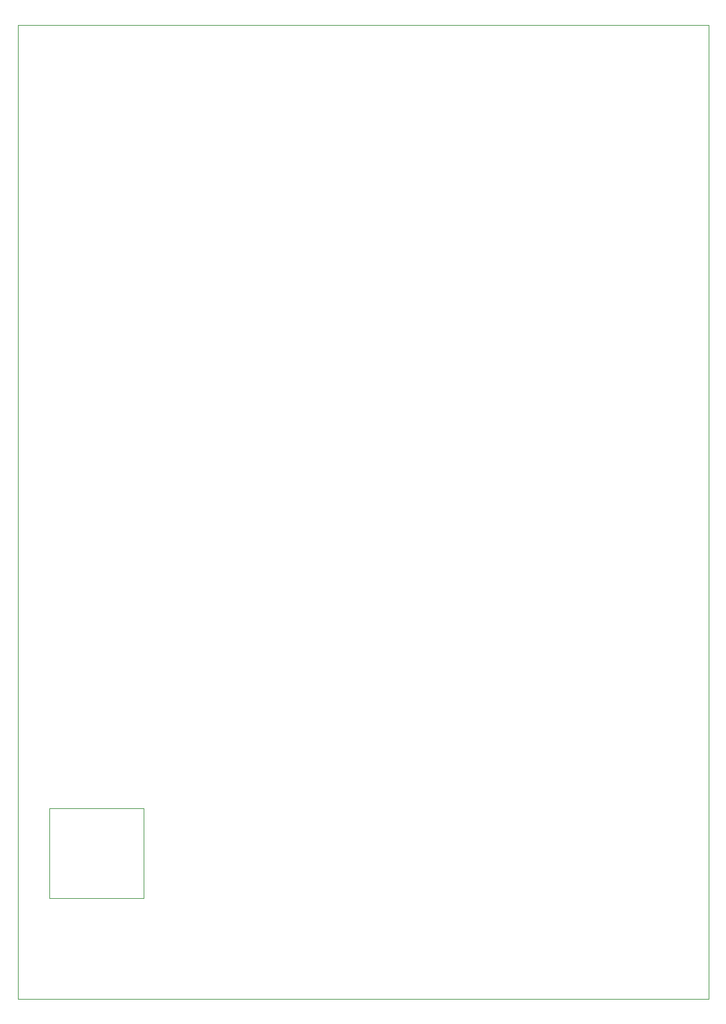
<source format=gbr>
%TF.GenerationSoftware,KiCad,Pcbnew,(6.0.8)*%
%TF.CreationDate,2022-10-20T14:54:25+01:00*%
%TF.ProjectId,Punck_Panel,50756e63-6b5f-4506-916e-656c2e6b6963,rev?*%
%TF.SameCoordinates,Original*%
%TF.FileFunction,Profile,NP*%
%FSLAX46Y46*%
G04 Gerber Fmt 4.6, Leading zero omitted, Abs format (unit mm)*
G04 Created by KiCad (PCBNEW (6.0.8)) date 2022-10-20 14:54:25*
%MOMM*%
%LPD*%
G01*
G04 APERTURE LIST*
%TA.AperFunction,Profile*%
%ADD10C,0.100000*%
%TD*%
G04 APERTURE END LIST*
D10*
X70000000Y-40750000D02*
X161200000Y-40750000D01*
X161200000Y-40750000D02*
X161200000Y-169250000D01*
X161200000Y-169250000D02*
X70000000Y-169250000D01*
X70000000Y-169250000D02*
X70000000Y-40750000D01*
%TO.C,USB\u002A\u002A*%
X74200000Y-144100000D02*
X86600000Y-144100000D01*
X86600000Y-144100000D02*
X86600000Y-155900000D01*
X86600000Y-155900000D02*
X74200000Y-155900000D01*
X74200000Y-155900000D02*
X74200000Y-144100000D01*
%TD*%
M02*

</source>
